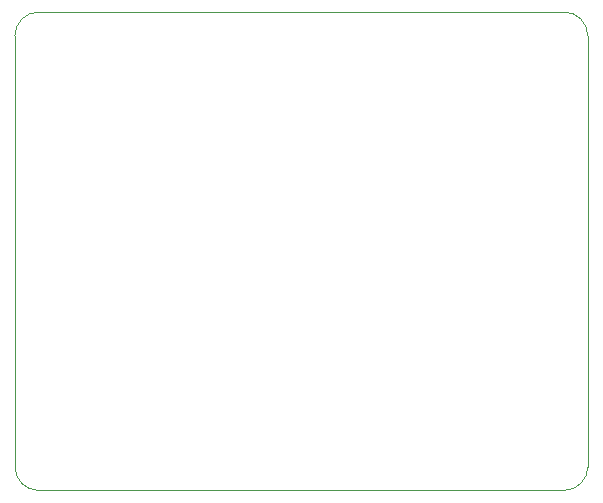
<source format=gbr>
%TF.GenerationSoftware,KiCad,Pcbnew,8.0.1*%
%TF.CreationDate,2024-06-13T11:44:26+10:00*%
%TF.ProjectId,CLD,434c442e-6b69-4636-9164-5f7063625858,rev?*%
%TF.SameCoordinates,Original*%
%TF.FileFunction,Profile,NP*%
%FSLAX46Y46*%
G04 Gerber Fmt 4.6, Leading zero omitted, Abs format (unit mm)*
G04 Created by KiCad (PCBNEW 8.0.1) date 2024-06-13 11:44:26*
%MOMM*%
%LPD*%
G01*
G04 APERTURE LIST*
%TA.AperFunction,Profile*%
%ADD10C,0.050000*%
%TD*%
%TA.AperFunction,Profile*%
%ADD11C,0.100000*%
%TD*%
G04 APERTURE END LIST*
D10*
X117000000Y-42500000D02*
X72500000Y-42500000D01*
D11*
X70500000Y-44500000D02*
G75*
G02*
X72500000Y-42500000I2000000J0D01*
G01*
X119000000Y-81000000D02*
G75*
G02*
X117000000Y-83000000I-2000000J0D01*
G01*
X117000000Y-42500000D02*
G75*
G02*
X119000000Y-44500000I0J-2000000D01*
G01*
D10*
X119000000Y-81000000D02*
X119000000Y-44500000D01*
D11*
X72500000Y-83000000D02*
G75*
G02*
X70500000Y-81000000I0J2000000D01*
G01*
D10*
X72500000Y-83000000D02*
X117000000Y-83000000D01*
X70500000Y-44500000D02*
X70500000Y-81000000D01*
M02*

</source>
